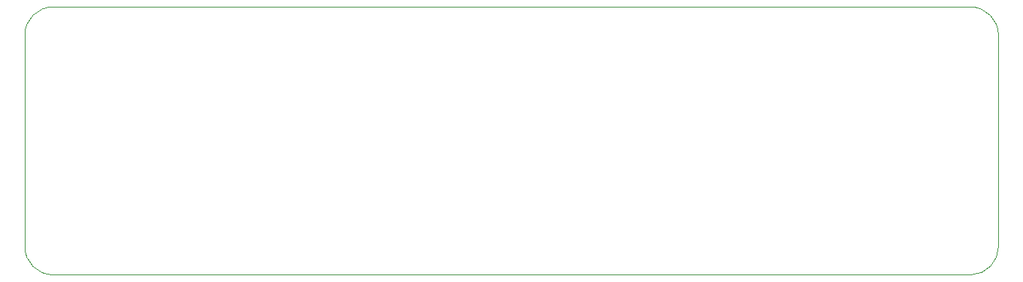
<source format=gbr>
%TF.GenerationSoftware,KiCad,Pcbnew,(6.0.1)*%
%TF.CreationDate,2022-02-15T20:39:13+08:00*%
%TF.ProjectId,Desk_Macropad,4465736b-5f4d-4616-9372-6f7061642e6b,rev?*%
%TF.SameCoordinates,Original*%
%TF.FileFunction,Profile,NP*%
%FSLAX46Y46*%
G04 Gerber Fmt 4.6, Leading zero omitted, Abs format (unit mm)*
G04 Created by KiCad (PCBNEW (6.0.1)) date 2022-02-15 20:39:13*
%MOMM*%
%LPD*%
G01*
G04 APERTURE LIST*
%TA.AperFunction,Profile*%
%ADD10C,0.100000*%
%TD*%
G04 APERTURE END LIST*
D10*
X183492311Y-107947083D02*
G75*
G03*
X186531250Y-104775000I-136061J3172083D01*
G01*
X186531250Y-80962500D02*
X186531250Y-104775000D01*
X76857564Y-104775000D02*
X76857564Y-80962500D01*
X183492436Y-107950000D02*
X80032564Y-107950000D01*
X80032564Y-77787500D02*
G75*
G03*
X76857564Y-80962500I0J-3175000D01*
G01*
X80032564Y-77787500D02*
X183356250Y-77787500D01*
X186531250Y-80962500D02*
G75*
G03*
X183356250Y-77787500I-3175000J0D01*
G01*
X76857564Y-104775000D02*
G75*
G03*
X80032564Y-107950000I3175000J0D01*
G01*
M02*

</source>
